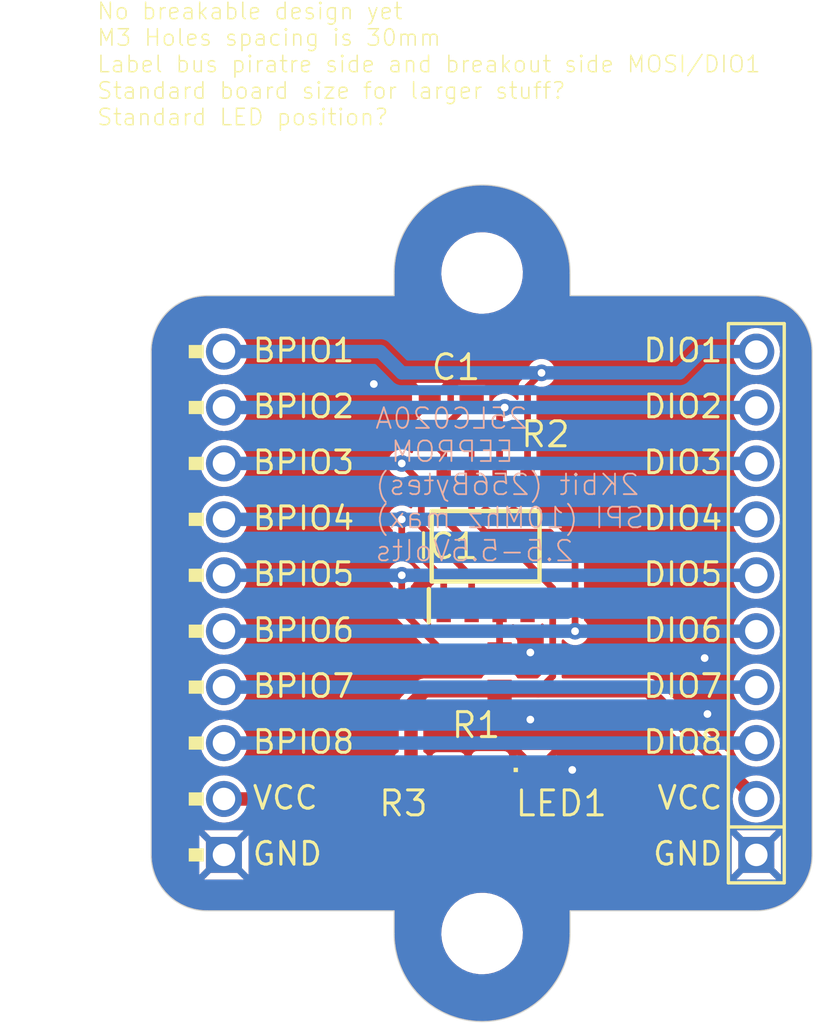
<source format=kicad_pcb>
(kicad_pcb (version 20221018) (generator pcbnew)
  (layers (0 "F.Cu" signal) (31 "B.Cu" signal) (34 "B.Paste" user) (35 "F.Paste" user) (36 "B.SilkS" user "B.Silkscreen") (37 "F.SilkS" user "F.Silkscreen") (38 "B.Mask" user) (39 "F.Mask" user) (44 "Edge.Cuts" user))
  (net 0 "")
  (net 1 "GND")
  (net 2 "DIO8")
  (net 3 "DIO7")
  (net 4 "DIO6")
  (net 5 "DIO5")
  (net 6 "DIO4")
  (net 7 "DIO3")
  (net 8 "DIO2")
  (net 9 "DIO1")
  (net 10 "VCC")
  (net 11 "N$1")
  (footprint "working:R603" (layer "F.Cu") (at 146.1411 112.5736 180)
    (fp_text reference "R3" (at 0 -1.524) (layer "F.SilkS") (effects (font (size 1.13284 1.13284) (thickness 0.13716)) (justify right)))
    (fp_text value "")
    (pad "1" smd rect (at -0.85 0 180) (size 1 1.1) (layers "F.Cu" "F.Paste" "F.Mask") (net 11 "N$1"))
    (pad "2" smd rect (at 0.85 0 180) (size 1 1.1) (layers "F.Cu" "F.Paste" "F.Mask") (net 10 "VCC"))
  )
  (footprint "working:R603" (layer "F.Cu") (at 148.0461 96.6986 90)
    (fp_text reference "R2" (at -0.635 2.159) (layer "F.SilkS") (effects (font (size 1.13284 1.13284) (thickness 0.13716)) (justify left)))
    (fp_text value "")
    (pad "1" smd rect (at -0.85 0 90) (size 1 1.1) (layers "F.Cu" "F.Paste" "F.Mask") (net 4 "DIO6"))
    (pad "2" smd rect (at 0.85 0 90) (size 1 1.1) (layers "F.Cu" "F.Paste" "F.Mask") (net 10 "VCC"))
  )
  (footprint "working:M1X10_FEMALE_RIGHT_ANGLED_PTH" (layer "F.Cu") (at 130.9411 105.0036 90)
    (fp_text reference "J1" hide)
    (fp_text value "CON_HEADER_1X10-RIGHT_ANGLED_PTH" hide)
    (fp_poly (pts (xy -11.73 4.933) (xy -11.13 4.933) (xy -11.13 4.25) (xy -11.73 4.25)) (fill solid) (layer "F.SilkS"))
    (fp_poly (pts (xy -9.19 4.933) (xy -8.59 4.933) (xy -8.59 4.25) (xy -9.19 4.25)) (fill solid) (layer "F.SilkS"))
    (fp_poly (pts (xy -6.65 4.933) (xy -6.05 4.933) (xy -6.05 4.25) (xy -6.65 4.25)) (fill solid) (layer "F.SilkS"))
    (fp_poly (pts (xy -4.11 4.933) (xy -3.51 4.933) (xy -3.51 4.25) (xy -4.11 4.25)) (fill solid) (layer "F.SilkS"))
    (fp_poly (pts (xy -1.57 4.933) (xy -0.97 4.933) (xy -0.97 4.25) (xy -1.57 4.25)) (fill solid) (layer "F.SilkS"))
    (fp_poly (pts (xy 0.97 4.933) (xy 1.57 4.933) (xy 1.57 4.25) (xy 0.97 4.25)) (fill solid) (layer "F.SilkS"))
    (fp_poly (pts (xy 3.51 4.933) (xy 4.11 4.933) (xy 4.11 4.25) (xy 3.51 4.25)) (fill solid) (layer "F.SilkS"))
    (fp_poly (pts (xy 6.05 4.933) (xy 6.65 4.933) (xy 6.65 4.25) (xy 6.05 4.25)) (fill solid) (layer "F.SilkS"))
    (fp_poly (pts (xy 8.59 4.933) (xy 9.19 4.933) (xy 9.19 4.25) (xy 8.59 4.25)) (fill solid) (layer "F.SilkS"))
    (fp_poly (pts (xy 11.13 4.933) (xy 11.73 4.933) (xy 11.73 4.25) (xy 11.13 4.25)) (fill solid) (layer "F.SilkS"))
    (pad "1" thru_hole rect (at -11.43 5.85 90) (size 1.632 1.632) (drill 1.02) (layers "*.Cu" "*.Mask") (net 1 "GND"))
    (pad "2" thru_hole circle (at -8.89 5.85 90) (size 1.632 1.632) (drill 1.02) (layers "*.Cu" "*.Mask") (net 10 "VCC"))
    (pad "3" thru_hole circle (at -6.35 5.85 90) (size 1.632 1.632) (drill 1.02) (layers "*.Cu" "*.Mask") (net 2 "DIO8"))
    (pad "4" thru_hole circle (at -3.81 5.85 90) (size 1.632 1.632) (drill 1.02) (layers "*.Cu" "*.Mask") (net 3 "DIO7"))
    (pad "5" thru_hole circle (at -1.27 5.85 90) (size 1.632 1.632) (drill 1.02) (layers "*.Cu" "*.Mask") (net 4 "DIO6"))
    (pad "6" thru_hole circle (at 1.27 5.85 90) (size 1.632 1.632) (drill 1.02) (layers "*.Cu" "*.Mask") (net 5 "DIO5"))
    (pad "7" thru_hole circle (at 3.81 5.85 90) (size 1.632 1.632) (drill 1.02) (layers "*.Cu" "*.Mask") (net 6 "DIO4"))
    (pad "8" thru_hole circle (at 6.35 5.85 90) (size 1.632 1.632) (drill 1.02) (layers "*.Cu" "*.Mask") (net 7 "DIO3"))
    (pad "9" thru_hole circle (at 8.89 5.85 90) (size 1.632 1.632) (drill 1.02) (layers "*.Cu" "*.Mask") (net 8 "DIO2"))
    (pad "10" thru_hole circle (at 11.43 5.85 90) (size 1.632 1.632) (drill 1.02) (layers "*.Cu" "*.Mask") (net 9 "DIO1"))
  )
  (footprint "working:LED-805" (layer "F.Cu") (at 149.9511 112.5736 -90)
    (fp_text reference "LED1" (at 1.524 0) (layer "F.SilkS") (effects (font (size 1.13284 1.13284) (thickness 0.13716)) (justify left)))
    (fp_text value "")
    (fp_poly (pts (xy -0.1 0) (xy 0.1 0) (xy 0.1 -0.2) (xy -0.1 -0.2)) (fill solid) (layer "F.SilkS"))
    (pad "A" smd rect (at 0 1.05 270) (size 1.2 1.2) (layers "F.Cu" "F.Paste" "F.Mask") (net 11 "N$1"))
    (pad "C" smd rect (at 0 -1.05 270) (size 1.2 1.2) (layers "F.Cu" "F.Paste" "F.Mask") (net 1 "GND"))
  )
  (footprint "" (layer "F.Cu") (at 148.5211 90.0036)
    (fp_text reference "@HOLE0" hide)
    (fp_text value "" (at 0 0) (layer "F.SilkS") (effects (font (size 1.27 1.27))))
    (pad "" np_thru_hole circle (at 0 0) (size 3.2 3.2) (drill 3.2) (layers "*.Cu" "*.Mask"))
  )
  (footprint "working:C603" (layer "F.Cu") (at 146.1411 96.6986 90)
    (fp_text reference "C1" (at 2.413 0) (layer "F.SilkS") (effects (font (size 1.13284 1.13284) (thickness 0.13716)) (justify left)))
    (fp_text value "")
    (pad "1" smd rect (at -0.85 0 90) (size 1.1 1) (layers "F.Cu" "F.Paste" "F.Mask") (net 10 "VCC"))
    (pad "2" smd rect (at 0.85 0 90) (size 1.1 1) (layers "F.Cu" "F.Paste" "F.Mask") (net 1 "GND"))
  )
  (footprint "working:M1X10" (layer "F.Cu") (at 160.9811 105.0036 90)
    (fp_text reference "J2" hide)
    (fp_text value "CON_HEADER_1X10-PTH" hide)
    (fp_line (start -12.7 -1.27) (end -10.16 -1.27) (stroke (width 0.1524)) (layer "F.SilkS"))
    (fp_line (start -12.7 1.27) (end -12.7 -1.27) (stroke (width 0.1524)) (layer "F.SilkS"))
    (fp_line (start -10.16 -1.27) (end 12.7 -1.27) (stroke (width 0.1524)) (layer "F.SilkS"))
    (fp_line (start -10.16 1.27) (end -12.7 1.27) (stroke (width 0.1524)) (layer "F.SilkS"))
    (fp_line (start -10.16 1.27) (end -10.16 -1.27) (stroke (width 0.1524)) (layer "F.SilkS"))
    (fp_line (start 12.7 -1.27) (end 12.7 1.27) (stroke (width 0.1524)) (layer "F.SilkS"))
    (fp_line (start 12.7 1.27) (end -10.16 1.27) (stroke (width 0.1524)) (layer "F.SilkS"))
    (pad "1" thru_hole rect (at -11.43 0 90) (size 1.632 1.632) (drill 1.02) (layers "*.Cu" "*.Mask") (net 1 "GND"))
    (pad "2" thru_hole circle (at -8.89 0 90) (size 1.632 1.632) (drill 1.02) (layers "*.Cu" "*.Mask") (net 10 "VCC"))
    (pad "3" thru_hole circle (at -6.35 0 90) (size 1.632 1.632) (drill 1.02) (layers "*.Cu" "*.Mask") (net 2 "DIO8"))
    (pad "4" thru_hole circle (at -3.81 0 90) (size 1.632 1.632) (drill 1.02) (layers "*.Cu" "*.Mask") (net 3 "DIO7"))
    (pad "5" thru_hole circle (at -1.27 0 90) (size 1.632 1.632) (drill 1.02) (layers "*.Cu" "*.Mask") (net 4 "DIO6"))
    (pad "6" thru_hole circle (at 1.27 0 90) (size 1.632 1.632) (drill 1.02) (layers "*.Cu" "*.Mask") (net 5 "DIO5"))
    (pad "7" thru_hole circle (at 3.81 0 90) (size 1.632 1.632) (drill 1.02) (layers "*.Cu" "*.Mask") (net 6 "DIO4"))
    (pad "8" thru_hole circle (at 6.35 0 90) (size 1.632 1.632) (drill 1.02) (layers "*.Cu" "*.Mask") (net 7 "DIO3"))
    (pad "9" thru_hole circle (at 8.89 0 90) (size 1.632 1.632) (drill 1.02) (layers "*.Cu" "*.Mask") (net 8 "DIO2"))
    (pad "10" thru_hole circle (at 11.43 0 90) (size 1.632 1.632) (drill 1.02) (layers "*.Cu" "*.Mask") (net 9 "DIO1"))
  )
  (footprint "" (layer "F.Cu") (at 148.5211 120.0036)
    (fp_text reference "@HOLE1" hide)
    (fp_text value "" (at 0 0) (layer "F.SilkS") (effects (font (size 1.27 1.27))))
    (pad "" np_thru_hole circle (at 0 0) (size 3.2 3.2) (drill 3.2) (layers "*.Cu" "*.Mask"))
  )
  (footprint "working:R603" (layer "F.Cu") (at 149.3161 108.1286 -90)
    (fp_text reference "R1" (at 2.413 -0.127) (layer "F.SilkS") (effects (font (size 1.13284 1.13284) (thickness 0.13716)) (justify right)))
    (fp_text value "")
    (pad "1" smd rect (at -0.85 0 270) (size 1 1.1) (layers "F.Cu" "F.Paste" "F.Mask") (net 5 "DIO5"))
    (pad "2" smd rect (at 0.85 0 270) (size 1 1.1) (layers "F.Cu" "F.Paste" "F.Mask") (net 10 "VCC"))
  )
  (footprint "working:SOIC127P600X175-8N" (layer "F.Cu") (at 148.6811 102.4136 90)
    (fp_text reference "IC1" (at 0 -0.254) (layer "F.SilkS") (effects (font (size 1.129792 1.129792) (thickness 0.140208)) (justify right)))
    (fp_text value "25LC020A")
    (fp_line (start -3.45 -2.58) (end -1.95 -2.58) (stroke (width 0.2)) (layer "F.SilkS"))
    (fp_line (start -1.6 -2.45) (end 1.6 -2.45) (stroke (width 0.2)) (layer "F.SilkS"))
    (fp_line (start -1.6 2.45) (end -1.6 -2.45) (stroke (width 0.2)) (layer "F.SilkS"))
    (fp_line (start 1.6 -2.45) (end 1.6 2.45) (stroke (width 0.2)) (layer "F.SilkS"))
    (fp_line (start 1.6 2.45) (end -1.6 2.45) (stroke (width 0.2)) (layer "F.SilkS"))
    (pad "1" smd rect (at -2.7 -1.905 90) (size 1.5 0.65) (layers "F.Cu" "F.Paste" "F.Mask") (net 6 "DIO4"))
    (pad "2" smd rect (at -2.7 -0.635 90) (size 1.5 0.65) (layers "F.Cu" "F.Paste" "F.Mask") (net 7 "DIO3"))
    (pad "3" smd rect (at -2.7 0.635 90) (size 1.5 0.65) (layers "F.Cu" "F.Paste" "F.Mask") (net 5 "DIO5"))
    (pad "4" smd rect (at -2.7 1.905 90) (size 1.5 0.65) (layers "F.Cu" "F.Paste" "F.Mask") (net 1 "GND"))
    (pad "5" smd rect (at 2.7 1.905 90) (size 1.5 0.65) (layers "F.Cu" "F.Paste" "F.Mask") (net 9 "DIO1"))
    (pad "6" smd rect (at 2.7 0.635 90) (size 1.5 0.65) (layers "F.Cu" "F.Paste" "F.Mask") (net 8 "DIO2"))
    (pad "7" smd rect (at 2.7 -0.635 90) (size 1.5 0.65) (layers "F.Cu" "F.Paste" "F.Mask") (net 4 "DIO6"))
    (pad "8" smd rect (at 2.7 -1.905 90) (size 1.5 0.65) (layers "F.Cu" "F.Paste" "F.Mask") (net 10 "VCC"))
  )
  (gr_line (start 136.0211 91.0336) (end 144.5211 91.0336) (stroke (width 0.05)) (layer "Edge.Cuts"))
  (gr_line (start 152.5211 90.0036) (end 152.5211 91.0336) (stroke (width 0.05)) (layer "Edge.Cuts"))
  (gr_arc (start 148.5211 124.0036) (mid 145.692673 122.832027) (end 144.5211 120.0036) (stroke (width 0.05)) (layer "Edge.Cuts"))
  (gr_line (start 152.5211 118.9736) (end 152.5211 120.0036) (stroke (width 0.05)) (layer "Edge.Cuts"))
  (gr_line (start 160.9811 118.9736) (end 152.5211 118.9736) (stroke (width 0.05)) (layer "Edge.Cuts"))
  (gr_line (start 152.5211 91.0336) (end 160.9811 91.0336) (stroke (width 0.05)) (layer "Edge.Cuts"))
  (gr_arc (start 148.5211 86.0036) (mid 151.349527 87.175173) (end 152.5211 90.0036) (stroke (width 0.05)) (layer "Edge.Cuts"))
  (gr_line (start 144.5211 91.0336) (end 144.5211 90.0036) (stroke (width 0.05)) (layer "Edge.Cuts"))
  (gr_arc (start 136.0211 118.9736) (mid 134.225049 118.229651) (end 133.4811 116.4336) (stroke (width 0.05)) (layer "Edge.Cuts"))
  (gr_arc (start 133.4811 93.5736) (mid 134.225049 91.777549) (end 136.0211 91.0336) (stroke (width 0.05)) (layer "Edge.Cuts"))
  (gr_line (start 144.5211 120.0036) (end 144.5211 118.9736) (stroke (width 0.05)) (layer "Edge.Cuts"))
  (gr_arc (start 144.5211 90.0036) (mid 145.692673 87.175173) (end 148.5211 86.0036) (stroke (width 0.05)) (layer "Edge.Cuts"))
  (gr_line (start 133.4811 116.4336) (end 133.4811 93.5736) (stroke (width 0.05)) (layer "Edge.Cuts"))
  (gr_line (start 144.5211 118.9736) (end 136.0211 118.9736) (stroke (width 0.05)) (layer "Edge.Cuts"))
  (gr_line (start 163.5211 93.5736) (end 163.5211 116.4336) (stroke (width 0.05)) (layer "Edge.Cuts"))
  (gr_arc (start 152.5211 120.0036) (mid 151.349527 122.832027) (end 148.5211 124.0036) (stroke (width 0.05)) (layer "Edge.Cuts"))
  (gr_arc (start 163.5211 116.4336) (mid 162.777151 118.229651) (end 160.9811 118.9736) (stroke (width 0.05)) (layer "Edge.Cuts"))
  (gr_arc (start 160.9811 91.0336) (mid 162.777151 91.777549) (end 163.5211 93.5736) (stroke (width 0.05)) (layer "Edge.Cuts"))
  (gr_text "25LC020A\nEEPROM \n2Kbit (256Bytes)\nSPI (10Mhz max)\n2.5-5.5Volts" (at 143.6011 96.0636) (layer "B.SilkS") (effects (font (size 0.93472 0.93472) (thickness 0.08128)) (justify right top mirror)))
  (gr_text "BPIO2" (at 138.0131 96.0636) (layer "F.SilkS") (effects (font (size 1.028192 1.028192) (thickness 0.140208)) (justify left)))
  (gr_text "DIO8" (at 159.5231 111.3036) (layer "F.SilkS") (effects (font (size 1.028192 1.028192) (thickness 0.140208)) (justify right)))
  (gr_text "BPIO4" (at 138.0131 101.1436) (layer "F.SilkS") (effects (font (size 1.028192 1.028192) (thickness 0.140208)) (justify left)))
  (gr_text "DIO2" (at 159.5231 96.0636) (layer "F.SilkS") (effects (font (size 1.028192 1.028192) (thickness 0.140208)) (justify right)))
  (gr_text "DIO5" (at 159.5231 103.6836) (layer "F.SilkS") (effects (font (size 1.028192 1.028192) (thickness 0.140208)) (justify right)))
  (gr_text "VCC" (at 159.5231 113.8436) (layer "F.SilkS") (effects (font (size 1.028192 1.028192) (thickness 0.140208)) (justify right)))
  (gr_text "VCC" (at 138.0131 113.8436) (layer "F.SilkS") (effects (font (size 1.028192 1.028192) (thickness 0.140208)) (justify left)))
  (gr_text "BPIO7" (at 138.0131 108.7636) (layer "F.SilkS") (effects (font (size 1.028192 1.028192) (thickness 0.140208)) (justify left)))
  (gr_text "BPIO6" (at 138.0131 106.2236) (layer "F.SilkS") (effects (font (size 1.028192 1.028192) (thickness 0.140208)) (justify left)))
  (gr_text "DIO4" (at 159.5231 101.1436) (layer "F.SilkS") (effects (font (size 1.028192 1.028192) (thickness 0.140208)) (justify right)))
  (gr_text "DIO1" (at 159.5231 93.5236) (layer "F.SilkS") (effects (font (size 1.028192 1.028192) (thickness 0.140208)) (justify right)))
  (gr_text "DIO7" (at 159.5231 108.7636) (layer "F.SilkS") (effects (font (size 1.028192 1.028192) (thickness 0.140208)) (justify right)))
  (gr_text "BPIO1" (at 138.0131 93.5236) (layer "F.SilkS") (effects (font (size 1.028192 1.028192) (thickness 0.140208)) (justify left)))
  (gr_text "DIO6" (at 159.5231 106.2236) (layer "F.SilkS") (effects (font (size 1.028192 1.028192) (thickness 0.140208)) (justify right)))
  (gr_text "BPIO3" (at 138.0131 98.6036) (layer "F.SilkS") (effects (font (size 1.028192 1.028192) (thickness 0.140208)) (justify left)))
  (gr_text "GND" (at 138.0131 116.3836) (layer "F.SilkS") (effects (font (size 1.028192 1.028192) (thickness 0.140208)) (justify left)))
  (gr_text "GND" (at 159.5231 116.3836) (layer "F.SilkS") (effects (font (size 1.028192 1.028192) (thickness 0.140208)) (justify right)))
  (gr_text "BPIO8" (at 138.0131 111.3036) (layer "F.SilkS") (effects (font (size 1.028192 1.028192) (thickness 0.140208)) (justify left)))
  (gr_text "BPIO5" (at 138.0131 103.6836) (layer "F.SilkS") (effects (font (size 1.028192 1.028192) (thickness 0.140208)) (justify left)))
  (gr_text "DIO3" (at 159.5231 98.6036) (layer "F.SilkS") (effects (font (size 1.028192 1.028192) (thickness 0.140208)) (justify right)))
  (gr_text "No breakable design yet\nM3 Holes spacing is 30mm\nLabel bus piratre side and breakout side MOSI/DIO1\nStandard board size for larger stuff?\nStandard LED position?\n" (at 130.9811 83.3636) (layer "F.SilkS") (effects (font (size 0.747776 0.747776) (thickness 0.065024)) (justify left bottom)))
  (via (at 158.6341 107.4936) (size 0.7564) (drill 0.35) (layers "F.Cu" "B.Cu") (net 1))
  (via (at 152.6181 112.5736) (size 0.7564) (drill 0.35) (layers "F.Cu" "B.Cu") (net 1))
  (via (at 150.7131 107.2396) (size 0.7564) (drill 0.35) (layers "F.Cu" "B.Cu") (net 1))
  (via (at 158.7611 110.0336) (size 0.7564) (drill 0.35) (layers "F.Cu" "B.Cu") (net 1))
  (via (at 150.7131 110.2876) (size 0.7564) (drill 0.35) (layers "F.Cu" "B.Cu") (net 1))
  (via (at 143.6011 95.0476) (size 0.7564) (drill 0.35) (layers "F.Cu" "B.Cu") (net 1))
  (segment (start 160.9811 111.3536) (end 136.7911 111.3536) (width 0.6096) (layer "B.Cu") (net 2))
  (segment (start 160.9811 108.8136) (end 136.7911 108.8136) (width 0.6096) (layer "B.Cu") (net 3))
  (segment (start 152.7451 102.9216) (end 151.6021 101.7786) (width 0.3048) (layer "F.Cu") (net 4))
  (segment (start 148.0461 99.7136) (end 148.0461 97.5486) (width 0.254) (layer "F.Cu") (net 4))
  (segment (start 148.6811 101.7786) (end 151.6021 101.7786) (width 0.3048) (layer "F.Cu") (net 4))
  (segment (start 152.7451 106.2736) (end 152.7451 102.9216) (width 0.3048) (layer "F.Cu") (net 4))
  (segment (start 148.0461 99.7136) (end 148.0461 101.1436) (width 0.3048) (layer "F.Cu") (net 4))
  (segment (start 148.0461 101.1436) (end 148.6811 101.7786) (width 0.3048) (layer "F.Cu") (net 4))
  (via (at 152.7451 106.2736) (size 0.7564) (drill 0.35) (layers "F.Cu" "B.Cu") (net 4))
  (segment (start 136.7911 106.2736) (end 152.7451 106.2736) (width 0.6096) (layer "B.Cu") (net 4))
  (segment (start 152.7451 106.2736) (end 160.9811 106.2736) (width 0.6096) (layer "B.Cu") (net 4))
  (segment (start 146.8151 107.2786) (end 144.8711 105.3346) (width 0.3048) (layer "F.Cu") (net 5))
  (segment (start 149.3161 107.2786) (end 149.3161 106.2236) (width 0.3048) (layer "F.Cu") (net 5))
  (segment (start 149.3161 106.2236) (end 149.3161 105.1136) (width 0.3048) (layer "F.Cu") (net 5))
  (segment (start 149.3161 107.2786) (end 146.8151 107.2786) (width 0.3048) (layer "F.Cu") (net 5))
  (segment (start 144.8711 105.3346) (end 144.8711 103.7336) (width 0.3048) (layer "F.Cu") (net 5))
  (via (at 144.8711 103.7336) (size 0.7564) (drill 0.35) (layers "F.Cu" "B.Cu") (net 5))
  (segment (start 144.8711 103.7336) (end 160.9811 103.7336) (width 0.6096) (layer "B.Cu") (net 5))
  (segment (start 136.7911 103.7336) (end 144.8711 103.7336) (width 0.6096) (layer "B.Cu") (net 5))
  (segment (start 146.7761 103.910688) (end 144.8711 102.005688) (width 0.3048) (layer "F.Cu") (net 6))
  (segment (start 144.8711 102.005688) (end 144.8711 101.1936) (width 0.3048) (layer "F.Cu") (net 6))
  (segment (start 146.7761 105.1136) (end 146.7761 103.910688) (width 0.3048) (layer "F.Cu") (net 6))
  (via (at 144.8711 101.1936) (size 0.7564) (drill 0.35) (layers "F.Cu" "B.Cu") (net 6))
  (segment (start 136.7911 101.1936) (end 144.8711 101.1936) (width 0.6096) (layer "B.Cu") (net 6))
  (segment (start 144.8711 101.1936) (end 160.9811 101.1936) (width 0.6096) (layer "B.Cu") (net 6))
  (segment (start 148.0461 103.8106) (end 145.7601 101.5246) (width 0.3048) (layer "F.Cu") (net 7))
  (segment (start 145.7601 99.5426) (end 144.8711 98.6536) (width 0.3048) (layer "F.Cu") (net 7))
  (segment (start 148.0461 103.8106) (end 148.0461 105.1136) (width 0.3048) (layer "F.Cu") (net 7))
  (segment (start 145.7601 101.5246) (end 145.7601 99.5426) (width 0.3048) (layer "F.Cu") (net 7))
  (via (at 144.8711 98.6536) (size 0.7564) (drill 0.35) (layers "F.Cu" "B.Cu") (net 7))
  (segment (start 144.8711 98.6536) (end 160.9811 98.6536) (width 0.6096) (layer "B.Cu") (net 7))
  (segment (start 136.7911 98.6536) (end 144.8711 98.6536) (width 0.6096) (layer "B.Cu") (net 7))
  (segment (start 149.3161 96.345) (end 149.5475 96.1136) (width 0.3048) (layer "F.Cu") (net 8))
  (segment (start 149.3161 99.7136) (end 149.3161 96.345) (width 0.3048) (layer "F.Cu") (net 8))
  (via (at 149.5475 96.1136) (size 0.7564) (drill 0.35) (layers "F.Cu" "B.Cu") (net 8))
  (segment (start 160.9811 96.1136) (end 149.5475 96.1136) (width 0.6096) (layer "B.Cu") (net 8))
  (segment (start 136.7911 96.1136) (end 149.5475 96.1136) (width 0.6096) (layer "B.Cu") (net 8))
  (segment (start 150.5861 95.1746) (end 150.5861 99.7136) (width 0.3048) (layer "F.Cu") (net 9))
  (segment (start 151.2211 94.5396) (end 150.5861 95.1746) (width 0.3048) (layer "F.Cu") (net 9))
  (via (at 151.2211 94.5396) (size 0.7564) (drill 0.35) (layers "F.Cu" "B.Cu") (net 9))
  (segment (start 136.7911 93.5736) (end 143.9051 93.5736) (width 0.6096) (layer "B.Cu") (net 9))
  (segment (start 157.4911 94.5396) (end 158.4571 93.5736) (width 0.6096) (layer "B.Cu") (net 9))
  (segment (start 151.2211 94.5396) (end 157.4911 94.5396) (width 0.6096) (layer "B.Cu") (net 9))
  (segment (start 144.8711 94.5396) (end 151.2211 94.5396) (width 0.6096) (layer "B.Cu") (net 9))
  (segment (start 158.4571 93.5736) (end 160.9811 93.5736) (width 0.6096) (layer "B.Cu") (net 9))
  (segment (start 143.9051 93.5736) (end 144.8711 94.5396) (width 0.6096) (layer "B.Cu") (net 9))
  (segment (start 146.7761 98.1836) (end 146.1411 97.5486) (width 0.3048) (layer "F.Cu") (net 10))
  (segment (start 146.7761 99.7136) (end 146.7761 101.1436) (width 0.3048) (layer "F.Cu") (net 10))
  (segment (start 148.0461 102.4136) (end 149.8241 102.4136) (width 0.3048) (layer "F.Cu") (net 10))
  (segment (start 136.7911 113.8936) (end 143.9711 113.8936) (width 0.6096) (layer "F.Cu") (net 10))
  (segment (start 146.1411 97.5486) (end 146.2681 97.5486) (width 0.3048) (layer "F.Cu") (net 10))
  (segment (start 147.9191 95.8976) (end 147.9191 95.8486) (width 0.3048) (layer "F.Cu") (net 10))
  (segment (start 146.7761 99.7136) (end 146.7761 98.1836) (width 0.3048) (layer "F.Cu") (net 10))
  (segment (start 149.3161 108.9786) (end 145.9261 108.9786) (width 0.6096) (layer "F.Cu") (net 10))
  (segment (start 151.7291 108.3156) (end 151.7291 104.3186) (width 0.3048) (layer "F.Cu") (net 10))
  (segment (start 145.2911 109.6136) (end 145.2911 112.5736) (width 0.6096) (layer "F.Cu") (net 10))
  (segment (start 156.0661 108.9786) (end 160.9811 113.8936) (width 0.6096) (layer "F.Cu") (net 10))
  (segment (start 151.0661 108.9786) (end 151.7291 108.3156) (width 0.3048) (layer "F.Cu") (net 10))
  (segment (start 151.0661 108.9786) (end 156.0661 108.9786) (width 0.6096) (layer "F.Cu") (net 10))
  (segment (start 146.7761 101.1436) (end 148.0461 102.4136) (width 0.3048) (layer "F.Cu") (net 10))
  (segment (start 151.7291 104.3186) (end 149.8241 102.4136) (width 0.3048) (layer "F.Cu") (net 10))
  (segment (start 145.9261 108.9786) (end 145.2911 109.6136) (width 0.6096) (layer "F.Cu") (net 10))
  (segment (start 147.9191 95.8486) (end 148.0461 95.8486) (width 0.1524) (layer "F.Cu") (net 10))
  (segment (start 146.2681 97.5486) (end 147.9191 95.8976) (width 0.3048) (layer "F.Cu") (net 10))
  (segment (start 143.9711 113.8936) (end 145.2911 112.5736) (width 0.6096) (layer "F.Cu") (net 10))
  (segment (start 149.3161 108.9786) (end 151.0661 108.9786) (width 0.6096) (layer "F.Cu") (net 10))
  (segment (start 146.9911 112.5736) (end 148.9011 112.5736) (width 0.3048) (layer "F.Cu") (net 11))
  (zone (net 1) (net_name "GND") (layer "F.Cu") (connect_pads (clearance 0.254)) (min_thickness 0.127) (fill yes (thermal_gap 0.304) (thermal_bridge_width 0.304))
    (polygon (pts (xy 163.6481 124.1306) (xy 133.3541 124.1306) (xy 133.3541 85.8766) (xy 163.6481 85.8766)))
  )
  (zone (net 1) (net_name "GND") (layer "B.Cu") (connect_pads (clearance 0.254)) (min_thickness 0.127) (fill yes (thermal_gap 0.304) (thermal_bridge_width 0.304))
    (polygon (pts (xy 163.6481 124.1306) (xy 133.3541 124.1306) (xy 133.3541 85.8766) (xy 163.6481 85.8766)))
  )
)
</source>
